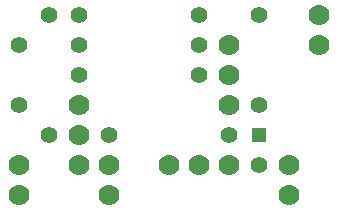
<source format=gtl>
G75*
%MOIN*%
%OFA0B0*%
%FSLAX25Y25*%
%IPPOS*%
%LPD*%
%AMOC8*
5,1,8,0,0,1.08239X$1,22.5*
%
%ADD10C,0.05543*%
%ADD11R,0.04756X0.04756*%
%ADD12C,0.07000*%
D10*
X0035544Y0031000D03*
X0025544Y0041000D03*
X0045544Y0051000D03*
X0045544Y0061000D03*
X0045544Y0071000D03*
X0035544Y0071000D03*
X0025544Y0061000D03*
X0055544Y0031000D03*
X0085544Y0051000D03*
X0085544Y0061000D03*
X0085544Y0071000D03*
X0105544Y0071000D03*
X0105544Y0041000D03*
X0095544Y0031000D03*
X0105544Y0021000D03*
D11*
X0105544Y0031000D03*
D12*
X0025544Y0011000D03*
X0025544Y0021000D03*
X0045544Y0021000D03*
X0055544Y0021000D03*
X0055544Y0011000D03*
X0075544Y0021000D03*
X0085544Y0021000D03*
X0095544Y0021000D03*
X0115544Y0021000D03*
X0115544Y0011000D03*
X0095544Y0041000D03*
X0095544Y0051000D03*
X0095544Y0061000D03*
X0125544Y0061000D03*
X0125544Y0071000D03*
X0045544Y0041000D03*
X0045544Y0031000D03*
M02*

</source>
